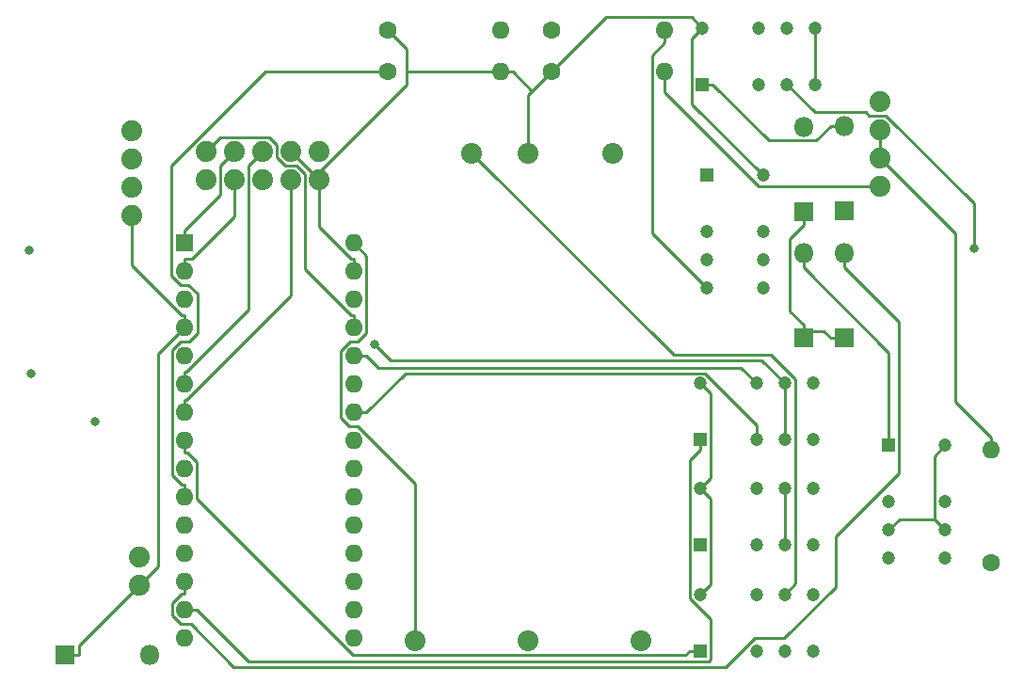
<source format=gbr>
G04 #@! TF.GenerationSoftware,KiCad,Pcbnew,(5.1.5)-3*
G04 #@! TF.CreationDate,2020-05-01T11:25:14-05:00*
G04 #@! TF.ProjectId,45-1591-1,34352d31-3539-4312-9d31-2e6b69636164,rev?*
G04 #@! TF.SameCoordinates,Original*
G04 #@! TF.FileFunction,Copper,L2,Inr*
G04 #@! TF.FilePolarity,Positive*
%FSLAX46Y46*%
G04 Gerber Fmt 4.6, Leading zero omitted, Abs format (unit mm)*
G04 Created by KiCad (PCBNEW (5.1.5)-3) date 2020-05-01 11:25:14*
%MOMM*%
%LPD*%
G04 APERTURE LIST*
%ADD10C,1.875000*%
%ADD11O,1.600000X1.600000*%
%ADD12R,1.600000X1.600000*%
%ADD13C,1.600000*%
%ADD14R,1.200000X1.200000*%
%ADD15C,1.200000*%
%ADD16O,1.800000X1.800000*%
%ADD17R,1.800000X1.800000*%
%ADD18C,1.879600*%
%ADD19C,0.800000*%
%ADD20C,0.250000*%
G04 APERTURE END LIST*
D10*
X119329000Y-117458400D03*
X109169000Y-117458400D03*
X99009000Y-117458400D03*
X116789000Y-73558400D03*
X109169000Y-73558400D03*
X104089000Y-73558400D03*
D11*
X93472000Y-117195600D03*
X78232000Y-117195600D03*
X93472000Y-81635600D03*
X78232000Y-114655600D03*
X93472000Y-84175600D03*
X78232000Y-112115600D03*
X93472000Y-86715600D03*
X78232000Y-109575600D03*
X93472000Y-89255600D03*
X78232000Y-107035600D03*
X93472000Y-91795600D03*
X78232000Y-104495600D03*
X93472000Y-94335600D03*
X78232000Y-101955600D03*
X93472000Y-96875600D03*
X78232000Y-99415600D03*
X93472000Y-99415600D03*
X78232000Y-96875600D03*
X93472000Y-101955600D03*
X78232000Y-94335600D03*
X93472000Y-104495600D03*
X78232000Y-91795600D03*
X93472000Y-107035600D03*
X78232000Y-89255600D03*
X93472000Y-109575600D03*
X78232000Y-86715600D03*
X93472000Y-112115600D03*
X78232000Y-84175600D03*
X93472000Y-114655600D03*
D12*
X78232000Y-81635600D03*
D11*
X106660000Y-62500000D03*
D13*
X96500000Y-62500000D03*
D11*
X121410000Y-66250000D03*
D13*
X111250000Y-66250000D03*
D11*
X106660000Y-66250000D03*
D13*
X96500000Y-66250000D03*
D11*
X121410000Y-62500000D03*
D13*
X111250000Y-62500000D03*
D11*
X150812000Y-100254000D03*
D13*
X150812000Y-110414000D03*
D14*
X141592000Y-99862000D03*
D15*
X146672000Y-99862000D03*
X141592000Y-104942000D03*
X146672000Y-110022000D03*
X141592000Y-107482000D03*
X141592000Y-110022000D03*
X146672000Y-104942000D03*
X146672000Y-107482000D03*
X132234000Y-113271000D03*
X129694000Y-113271000D03*
X134774000Y-118351000D03*
X132234000Y-118351000D03*
X134774000Y-113271000D03*
X129694000Y-118351000D03*
X124614000Y-113271000D03*
D14*
X124614000Y-118351000D03*
X124614000Y-99364800D03*
D15*
X124614000Y-94284800D03*
X129694000Y-99364800D03*
X134774000Y-94284800D03*
X132234000Y-99364800D03*
X134774000Y-99364800D03*
X129694000Y-94284800D03*
X132234000Y-94284800D03*
D14*
X125222000Y-75541200D03*
D15*
X130302000Y-75541200D03*
X125222000Y-80621200D03*
X130302000Y-85701200D03*
X125222000Y-83161200D03*
X125222000Y-85701200D03*
X130302000Y-80621200D03*
X130302000Y-83161200D03*
D14*
X124614000Y-108776000D03*
D15*
X124614000Y-103696000D03*
X129694000Y-108776000D03*
X134774000Y-103696000D03*
X132234000Y-108776000D03*
X134774000Y-108776000D03*
X129694000Y-103696000D03*
X132234000Y-103696000D03*
D14*
X124830000Y-67386200D03*
D15*
X124830000Y-62306200D03*
X129910000Y-67386200D03*
X134990000Y-62306200D03*
X132450000Y-67386200D03*
X134990000Y-67386200D03*
X129910000Y-62306200D03*
X132450000Y-62306200D03*
D16*
X75133200Y-118732000D03*
D17*
X67513200Y-118732000D03*
D16*
X137592000Y-71145400D03*
D17*
X137592000Y-78765400D03*
D16*
X133922000Y-71196200D03*
D17*
X133922000Y-78816200D03*
D16*
X137592000Y-82600600D03*
D17*
X137592000Y-90220600D03*
D16*
X133922000Y-82600600D03*
D17*
X133922000Y-90220600D03*
D18*
X74155300Y-109906000D03*
X74155300Y-112446000D03*
X73482200Y-79171800D03*
X73482200Y-76631800D03*
X73482200Y-74091800D03*
X73482200Y-71551800D03*
X80200500Y-75933300D03*
X80200500Y-73393300D03*
X82740500Y-75933300D03*
X82740500Y-73393300D03*
X85280500Y-75933300D03*
X85280500Y-73393300D03*
X87820500Y-75933300D03*
X87820500Y-73393300D03*
X90360500Y-75933300D03*
X90360500Y-73393300D03*
X140830000Y-76530200D03*
X140830000Y-73990200D03*
X140830000Y-71450200D03*
X140830000Y-68910200D03*
D19*
X64414700Y-93362200D03*
X64240600Y-82347500D03*
X149244700Y-82163300D03*
X95302500Y-90792200D03*
X70200200Y-97695800D03*
D20*
X133922000Y-82600600D02*
X133922000Y-83825900D01*
X133922000Y-83825900D02*
X141592000Y-91495900D01*
X141592000Y-91495900D02*
X141592000Y-99862000D01*
X74155300Y-112446000D02*
X68738500Y-117862800D01*
X68738500Y-117862800D02*
X68738500Y-118732000D01*
X78232000Y-89255600D02*
X75886700Y-91600900D01*
X75886700Y-91600900D02*
X75886700Y-110714600D01*
X75886700Y-110714600D02*
X74155300Y-112446000D01*
X67513200Y-118732000D02*
X68738500Y-118732000D01*
X124830000Y-62306200D02*
X123904600Y-63231600D01*
X123904600Y-63231600D02*
X123904600Y-69143800D01*
X123904600Y-69143800D02*
X130302000Y-75541200D01*
X111250000Y-66250000D02*
X116164700Y-61335300D01*
X116164700Y-61335300D02*
X123859100Y-61335300D01*
X123859100Y-61335300D02*
X124830000Y-62306200D01*
X98205800Y-66250000D02*
X98205800Y-64205800D01*
X98205800Y-64205800D02*
X96500000Y-62500000D01*
X90011800Y-75584500D02*
X98205800Y-67390500D01*
X98205800Y-67390500D02*
X98205800Y-66250000D01*
X98205800Y-66250000D02*
X105534700Y-66250000D01*
X106660000Y-66250000D02*
X105534700Y-66250000D01*
X109517700Y-67982300D02*
X111250000Y-66250000D01*
X78232000Y-89255600D02*
X78232000Y-88130300D01*
X73482200Y-79171800D02*
X73482200Y-83661800D01*
X73482200Y-83661800D02*
X77950700Y-88130300D01*
X77950700Y-88130300D02*
X78232000Y-88130300D01*
X109517700Y-67982300D02*
X109169000Y-68331000D01*
X109169000Y-68331000D02*
X109169000Y-73558400D01*
X107785300Y-66250000D02*
X109517700Y-67982300D01*
X106660000Y-66250000D02*
X107785300Y-66250000D01*
X90011800Y-75584500D02*
X87820500Y-73393300D01*
X90360500Y-75933300D02*
X90011800Y-75584500D01*
X93472000Y-83050300D02*
X93190700Y-83050300D01*
X93190700Y-83050300D02*
X90360500Y-80220100D01*
X90360500Y-80220100D02*
X90360500Y-75933300D01*
X145713300Y-106523300D02*
X146672000Y-107482000D01*
X146672000Y-99862000D02*
X145713300Y-100820700D01*
X145713300Y-100820700D02*
X145713300Y-106523300D01*
X145713300Y-106523300D02*
X142550700Y-106523300D01*
X142550700Y-106523300D02*
X141592000Y-107482000D01*
X137592000Y-90220600D02*
X136366700Y-90220600D01*
X133922000Y-89607900D02*
X135754000Y-89607900D01*
X135754000Y-89607900D02*
X136366700Y-90220600D01*
X133922000Y-89607900D02*
X133922000Y-88995300D01*
X133922000Y-90220600D02*
X133922000Y-89607900D01*
X93472000Y-84175600D02*
X93472000Y-83050300D01*
X124614000Y-103696000D02*
X125539400Y-102770600D01*
X125539400Y-102770600D02*
X125539400Y-95210200D01*
X125539400Y-95210200D02*
X124614000Y-94284800D01*
X124614000Y-113271000D02*
X125539400Y-112345600D01*
X125539400Y-112345600D02*
X125539400Y-104621400D01*
X125539400Y-104621400D02*
X124614000Y-103696000D01*
X133922000Y-78816200D02*
X133922000Y-80041500D01*
X133922000Y-88995300D02*
X132696700Y-87770000D01*
X132696700Y-87770000D02*
X132696700Y-81266800D01*
X132696700Y-81266800D02*
X133922000Y-80041500D01*
X78232000Y-113240900D02*
X77950600Y-113240900D01*
X77950600Y-113240900D02*
X77106700Y-114084800D01*
X77106700Y-114084800D02*
X77106700Y-115156400D01*
X77106700Y-115156400D02*
X77905500Y-115955200D01*
X77905500Y-115955200D02*
X78791800Y-115955200D01*
X78791800Y-115955200D02*
X82665400Y-119828800D01*
X82665400Y-119828800D02*
X126904800Y-119828800D01*
X126904800Y-119828800D02*
X129532100Y-117201500D01*
X129532100Y-117201500D02*
X132178900Y-117201500D01*
X132178900Y-117201500D02*
X136791800Y-112588600D01*
X136791800Y-112588600D02*
X136791800Y-108067000D01*
X136791800Y-108067000D02*
X142517400Y-102341400D01*
X142517400Y-102341400D02*
X142517400Y-88751300D01*
X142517400Y-88751300D02*
X137592000Y-83825900D01*
X78232000Y-112115600D02*
X78232000Y-113240900D01*
X137592000Y-82600600D02*
X137592000Y-83825900D01*
X79357300Y-114655600D02*
X84005200Y-119303500D01*
X84005200Y-119303500D02*
X125410700Y-119303500D01*
X125410700Y-119303500D02*
X125539400Y-119174800D01*
X125539400Y-119174800D02*
X125539400Y-115505100D01*
X125539400Y-115505100D02*
X123688600Y-113654300D01*
X123688600Y-113654300D02*
X123688600Y-101215500D01*
X123688600Y-101215500D02*
X124614000Y-100290100D01*
X78232000Y-114655600D02*
X79357300Y-114655600D01*
X124614000Y-99364800D02*
X124614000Y-100290100D01*
X124830000Y-67386200D02*
X125755300Y-67386200D01*
X137592000Y-71145400D02*
X136366700Y-71145400D01*
X136366700Y-71145400D02*
X135073500Y-72438600D01*
X135073500Y-72438600D02*
X130807700Y-72438600D01*
X130807700Y-72438600D02*
X125755300Y-67386200D01*
X134990000Y-67386200D02*
X134990000Y-62306200D01*
X132234000Y-103696000D02*
X132234000Y-108776000D01*
X132450000Y-67386200D02*
X134962700Y-69898900D01*
X134962700Y-69898900D02*
X139543600Y-69898900D01*
X139543600Y-69898900D02*
X139824900Y-70180200D01*
X139824900Y-70180200D02*
X141354800Y-70180200D01*
X141354800Y-70180200D02*
X149244700Y-78070100D01*
X149244700Y-78070100D02*
X149244700Y-82163300D01*
X95302500Y-90792200D02*
X96740400Y-92230100D01*
X96740400Y-92230100D02*
X130179300Y-92230100D01*
X130179300Y-92230100D02*
X132234000Y-94284800D01*
X132234000Y-94284800D02*
X132234000Y-99364800D01*
X104089000Y-73558400D02*
X122262700Y-91732100D01*
X122262700Y-91732100D02*
X130992300Y-91732100D01*
X130992300Y-91732100D02*
X133186600Y-93926400D01*
X133186600Y-93926400D02*
X133186600Y-112318400D01*
X133186600Y-112318400D02*
X132234000Y-113271000D01*
X78232000Y-96875600D02*
X78232000Y-95750300D01*
X87820500Y-75933300D02*
X87820500Y-86338700D01*
X87820500Y-86338700D02*
X78408900Y-95750300D01*
X78408900Y-95750300D02*
X78232000Y-95750300D01*
X85280500Y-73393300D02*
X84010500Y-74663300D01*
X84010500Y-74663300D02*
X84010500Y-87636100D01*
X84010500Y-87636100D02*
X78436300Y-93210300D01*
X78436300Y-93210300D02*
X78232000Y-93210300D01*
X78232000Y-94335600D02*
X78232000Y-93210300D01*
X78232000Y-81635600D02*
X78232000Y-80510300D01*
X82740500Y-73393300D02*
X81470500Y-74663300D01*
X81470500Y-74663300D02*
X81470500Y-77271800D01*
X81470500Y-77271800D02*
X78232000Y-80510300D01*
X78232000Y-84175600D02*
X78232000Y-83050300D01*
X82740500Y-75933300D02*
X82740500Y-79245100D01*
X82740500Y-79245100D02*
X78935300Y-83050300D01*
X78935300Y-83050300D02*
X78232000Y-83050300D01*
X93472000Y-89255600D02*
X93472000Y-88130300D01*
X93472000Y-88130300D02*
X93190700Y-88130300D01*
X93190700Y-88130300D02*
X89090500Y-84030100D01*
X89090500Y-84030100D02*
X89090500Y-75414100D01*
X89090500Y-75414100D02*
X88334900Y-74658500D01*
X88334900Y-74658500D02*
X87267200Y-74658500D01*
X87267200Y-74658500D02*
X86550500Y-73941800D01*
X86550500Y-73941800D02*
X86550500Y-72811800D01*
X86550500Y-72811800D02*
X85845600Y-72106900D01*
X85845600Y-72106900D02*
X81486900Y-72106900D01*
X81486900Y-72106900D02*
X80200500Y-73393300D01*
X140830000Y-73990200D02*
X147597400Y-80757600D01*
X147597400Y-80757600D02*
X147597400Y-95914100D01*
X147597400Y-95914100D02*
X150812000Y-99128700D01*
X140830000Y-71450200D02*
X140830000Y-73990200D01*
X150812000Y-100254000D02*
X150812000Y-99128700D01*
X140830000Y-76530200D02*
X129895900Y-76530200D01*
X129895900Y-76530200D02*
X121410000Y-68044300D01*
X121410000Y-68044300D02*
X121410000Y-66250000D01*
X78232000Y-104495600D02*
X78232000Y-103370300D01*
X96500000Y-66250000D02*
X85537500Y-66250000D01*
X85537500Y-66250000D02*
X77093300Y-74694200D01*
X77093300Y-74694200D02*
X77093300Y-84631600D01*
X77093300Y-84631600D02*
X77907300Y-85445600D01*
X77907300Y-85445600D02*
X78607600Y-85445600D01*
X78607600Y-85445600D02*
X79394100Y-86232100D01*
X79394100Y-86232100D02*
X79394100Y-89755400D01*
X79394100Y-89755400D02*
X78623900Y-90525600D01*
X78623900Y-90525600D02*
X77865200Y-90525600D01*
X77865200Y-90525600D02*
X77106700Y-91284100D01*
X77106700Y-91284100D02*
X77106700Y-102526400D01*
X77106700Y-102526400D02*
X77950600Y-103370300D01*
X77950600Y-103370300D02*
X78232000Y-103370300D01*
X121410000Y-62500000D02*
X121410000Y-63625300D01*
X125222000Y-85701200D02*
X120284700Y-80763900D01*
X120284700Y-80763900D02*
X120284700Y-64750600D01*
X120284700Y-64750600D02*
X121410000Y-63625300D01*
X93472000Y-91795600D02*
X94597300Y-91795600D01*
X129694000Y-94284800D02*
X128317900Y-92908700D01*
X128317900Y-92908700D02*
X95710400Y-92908700D01*
X95710400Y-92908700D02*
X94597300Y-91795600D01*
X93472000Y-96875600D02*
X94597300Y-96875600D01*
X129694000Y-99364800D02*
X129694000Y-98022100D01*
X129694000Y-98022100D02*
X125031000Y-93359100D01*
X125031000Y-93359100D02*
X98113800Y-93359100D01*
X98113800Y-93359100D02*
X94597300Y-96875600D01*
X78232000Y-99415600D02*
X78232000Y-100540900D01*
X124614000Y-118351000D02*
X123688700Y-118351000D01*
X123688700Y-118351000D02*
X123312100Y-118727600D01*
X123312100Y-118727600D02*
X93396200Y-118727600D01*
X93396200Y-118727600D02*
X79357300Y-104688700D01*
X79357300Y-104688700D02*
X79357300Y-101384800D01*
X79357300Y-101384800D02*
X78513400Y-100540900D01*
X78513400Y-100540900D02*
X78232000Y-100540900D01*
X93472000Y-81635600D02*
X94610600Y-82774200D01*
X94610600Y-82774200D02*
X94610600Y-89757300D01*
X94610600Y-89757300D02*
X93842300Y-90525600D01*
X93842300Y-90525600D02*
X93123100Y-90525600D01*
X93123100Y-90525600D02*
X92299100Y-91349600D01*
X92299100Y-91349600D02*
X92299100Y-97347400D01*
X92299100Y-97347400D02*
X93097300Y-98145600D01*
X93097300Y-98145600D02*
X93847300Y-98145600D01*
X93847300Y-98145600D02*
X99009000Y-103307300D01*
X99009000Y-103307300D02*
X99009000Y-117458400D01*
M02*

</source>
